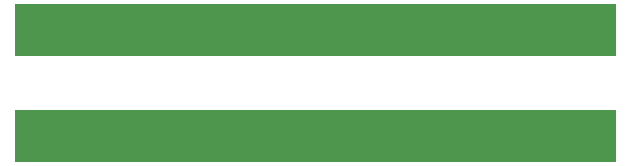
<source format=gbr>
G04 #@! TF.FileFunction,Soldermask,Top*
%FSLAX46Y46*%
G04 Gerber Fmt 4.6, Leading zero omitted, Abs format (unit mm)*
G04 Created by KiCad (PCBNEW 4.0.7) date Thu Nov 30 10:56:44 2017*
%MOMM*%
%LPD*%
G01*
G04 APERTURE LIST*
%ADD10C,0.100000*%
%ADD11R,1.420000X4.400000*%
G04 APERTURE END LIST*
D10*
D11*
X175260000Y-95940000D03*
X173990000Y-95940000D03*
X172720000Y-95940000D03*
X171450000Y-95940000D03*
X170180000Y-95940000D03*
X168910000Y-95940000D03*
X167640000Y-95940000D03*
X166370000Y-95940000D03*
X165100000Y-95940000D03*
X163830000Y-95940000D03*
X162560000Y-95940000D03*
X161290000Y-95940000D03*
X160020000Y-95940000D03*
X158750000Y-95940000D03*
X157480000Y-95940000D03*
X156210000Y-95940000D03*
X154940000Y-95940000D03*
X153670000Y-95940000D03*
X152400000Y-95940000D03*
X151130000Y-95940000D03*
X149860000Y-95940000D03*
X148590000Y-95940000D03*
X147320000Y-95940000D03*
X146050000Y-95940000D03*
X144780000Y-95940000D03*
X143510000Y-95940000D03*
X142240000Y-95940000D03*
X140970000Y-95940000D03*
X139700000Y-95940000D03*
X138430000Y-95940000D03*
X137160000Y-95940000D03*
X135890000Y-95940000D03*
X134620000Y-95940000D03*
X133350000Y-95940000D03*
X132080000Y-95940000D03*
X130810000Y-95940000D03*
X129540000Y-95940000D03*
X128270000Y-95940000D03*
X127000000Y-95940000D03*
X125730000Y-95940000D03*
X125730000Y-86940000D03*
X127000000Y-86940000D03*
X128270000Y-86940000D03*
X129540000Y-86940000D03*
X130810000Y-86940000D03*
X132080000Y-86940000D03*
X133350000Y-86940000D03*
X134620000Y-86940000D03*
X135890000Y-86940000D03*
X137160000Y-86940000D03*
X138430000Y-86940000D03*
X139700000Y-86940000D03*
X140970000Y-86940000D03*
X142240000Y-86940000D03*
X143510000Y-86940000D03*
X144780000Y-86940000D03*
X146050000Y-86940000D03*
X147320000Y-86940000D03*
X148590000Y-86940000D03*
X149860000Y-86940000D03*
X151130000Y-86940000D03*
X152400000Y-86940000D03*
X153670000Y-86940000D03*
X154940000Y-86940000D03*
X156210000Y-86940000D03*
X157480000Y-86940000D03*
X158750000Y-86940000D03*
X160020000Y-86940000D03*
X161290000Y-86940000D03*
X162560000Y-86940000D03*
X163830000Y-86940000D03*
X165100000Y-86940000D03*
X166370000Y-86940000D03*
X167640000Y-86940000D03*
X168910000Y-86940000D03*
X170180000Y-86940000D03*
X171450000Y-86940000D03*
X172720000Y-86940000D03*
X173990000Y-86940000D03*
X175260000Y-86940000D03*
M02*

</source>
